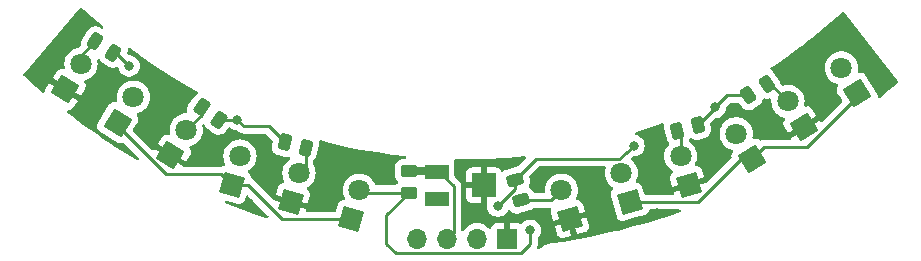
<source format=gbr>
%TF.GenerationSoftware,KiCad,Pcbnew,7.0.9*%
%TF.CreationDate,2025-05-06T13:04:56+09:00*%
%TF.ProjectId,Line_front,4c696e65-5f66-4726-9f6e-742e6b696361,rev?*%
%TF.SameCoordinates,Original*%
%TF.FileFunction,Copper,L1,Top*%
%TF.FilePolarity,Positive*%
%FSLAX46Y46*%
G04 Gerber Fmt 4.6, Leading zero omitted, Abs format (unit mm)*
G04 Created by KiCad (PCBNEW 7.0.9) date 2025-05-06 13:04:56*
%MOMM*%
%LPD*%
G01*
G04 APERTURE LIST*
G04 Aperture macros list*
%AMRoundRect*
0 Rectangle with rounded corners*
0 $1 Rounding radius*
0 $2 $3 $4 $5 $6 $7 $8 $9 X,Y pos of 4 corners*
0 Add a 4 corners polygon primitive as box body*
4,1,4,$2,$3,$4,$5,$6,$7,$8,$9,$2,$3,0*
0 Add four circle primitives for the rounded corners*
1,1,$1+$1,$2,$3*
1,1,$1+$1,$4,$5*
1,1,$1+$1,$6,$7*
1,1,$1+$1,$8,$9*
0 Add four rect primitives between the rounded corners*
20,1,$1+$1,$2,$3,$4,$5,0*
20,1,$1+$1,$4,$5,$6,$7,0*
20,1,$1+$1,$6,$7,$8,$9,0*
20,1,$1+$1,$8,$9,$2,$3,0*%
%AMRotRect*
0 Rectangle, with rotation*
0 The origin of the aperture is its center*
0 $1 length*
0 $2 width*
0 $3 Rotation angle, in degrees counterclockwise*
0 Add horizontal line*
21,1,$1,$2,0,0,$3*%
G04 Aperture macros list end*
%TA.AperFunction,ComponentPad*%
%ADD10R,1.700000X1.700000*%
%TD*%
%TA.AperFunction,ComponentPad*%
%ADD11O,1.700000X1.700000*%
%TD*%
%TA.AperFunction,SMDPad,CuDef*%
%ADD12RoundRect,0.250000X0.024937X-0.520370X0.465239X-0.234434X-0.024937X0.520370X-0.465239X0.234434X0*%
%TD*%
%TA.AperFunction,ComponentPad*%
%ADD13RotRect,1.800000X1.800000X122.000000*%
%TD*%
%TA.AperFunction,ComponentPad*%
%ADD14C,1.800000*%
%TD*%
%TA.AperFunction,ComponentPad*%
%ADD15RotRect,1.800000X1.800000X58.000000*%
%TD*%
%TA.AperFunction,SMDPad,CuDef*%
%ADD16RoundRect,0.250000X0.473137X0.218055X0.043082X0.519182X-0.473137X-0.218055X-0.043082X-0.519182X0*%
%TD*%
%TA.AperFunction,SMDPad,CuDef*%
%ADD17RoundRect,0.250000X-0.504923X0.128294X-0.360213X-0.376368X0.504923X-0.128294X0.360213X0.376368X0*%
%TD*%
%TA.AperFunction,ComponentPad*%
%ADD18RotRect,1.800000X1.800000X106.000000*%
%TD*%
%TA.AperFunction,SMDPad,CuDef*%
%ADD19RoundRect,0.250000X-0.370024X-0.366727X0.137087X-0.502607X0.370024X0.366727X-0.137087X0.502607X0*%
%TD*%
%TA.AperFunction,ComponentPad*%
%ADD20RotRect,1.800000X1.800000X74.000000*%
%TD*%
%TA.AperFunction,SMDPad,CuDef*%
%ADD21R,2.000000X1.300000*%
%TD*%
%TA.AperFunction,SMDPad,CuDef*%
%ADD22R,2.000000X2.000000*%
%TD*%
%TA.AperFunction,SMDPad,CuDef*%
%ADD23RoundRect,0.250000X0.450000X-0.262500X0.450000X0.262500X-0.450000X0.262500X-0.450000X-0.262500X0*%
%TD*%
%TA.AperFunction,SMDPad,CuDef*%
%ADD24RoundRect,0.250000X0.137087X0.502607X-0.370024X0.366727X-0.137087X-0.502607X0.370024X-0.366727X0*%
%TD*%
%TA.AperFunction,SMDPad,CuDef*%
%ADD25RoundRect,0.250000X0.461076X0.242518X0.015851X0.520725X-0.461076X-0.242518X-0.015851X-0.520725X0*%
%TD*%
%TA.AperFunction,ViaPad*%
%ADD26C,0.800000*%
%TD*%
%TA.AperFunction,Conductor*%
%ADD27C,0.250000*%
%TD*%
%TA.AperFunction,Conductor*%
%ADD28C,0.700000*%
%TD*%
%TA.AperFunction,Conductor*%
%ADD29C,0.500000*%
%TD*%
G04 APERTURE END LIST*
D10*
%TO.P,J3,1,Pin_1*%
%TO.N,GND*%
X150560000Y-56410000D03*
D11*
%TO.P,J3,2,Pin_2*%
%TO.N,+3.3V*%
X148020000Y-56410000D03*
%TO.P,J3,3,Pin_3*%
%TO.N,Data_Line_sensor*%
X145480000Y-56410000D03*
%TO.P,J3,4,Pin_4*%
%TO.N,+5V*%
X142940000Y-56410000D03*
%TD*%
D12*
%TO.P,R6,1*%
%TO.N,+5V*%
X170992377Y-44226983D03*
%TO.P,R6,2*%
%TO.N,Net-(D3-A)*%
X172522951Y-43233017D03*
%TD*%
D13*
%TO.P,D3,1,K*%
%TO.N,GND*%
X175677664Y-46900000D03*
D14*
%TO.P,D3,2,A*%
%TO.N,Net-(D3-A)*%
X174331669Y-44745958D03*
%TD*%
D13*
%TO.P,Q1,1,C*%
%TO.N,+3.3V*%
X180208329Y-44053212D03*
D14*
%TO.P,Q1,2,E*%
%TO.N,Net-(Q1-E)*%
X178862334Y-41899170D03*
%TD*%
D15*
%TO.P,Q4,1,C*%
%TO.N,+3.3V*%
X117572017Y-46531261D03*
D14*
%TO.P,Q4,2,E*%
%TO.N,Net-(Q1-E)*%
X118918012Y-44377219D03*
%TD*%
D16*
%TO.P,R7,1*%
%TO.N,+5V*%
X126175140Y-46283388D03*
%TO.P,R7,2*%
%TO.N,Net-(D4-A)*%
X124680188Y-45236612D03*
%TD*%
D17*
%TO.P,R1,1*%
%TO.N,+5V*%
X151246145Y-51352849D03*
%TO.P,R1,2*%
%TO.N,Net-(D8-A)*%
X151749183Y-53107151D03*
%TD*%
D18*
%TO.P,D2,1,K*%
%TO.N,GND*%
X155854027Y-54703730D03*
D14*
%TO.P,D2,2,A*%
%TO.N,Net-(D8-A)*%
X155153908Y-52262125D03*
%TD*%
D18*
%TO.P,Q17,1,C*%
%TO.N,+3.3V*%
X160927664Y-53250000D03*
D14*
%TO.P,Q17,2,E*%
%TO.N,Net-(Q1-E)*%
X160227545Y-50808395D03*
%TD*%
D19*
%TO.P,R1,1*%
%TO.N,+5V*%
X131736257Y-48193828D03*
%TO.P,R1,2*%
%TO.N,Net-(D1-A)*%
X133499071Y-48666172D03*
%TD*%
D15*
%TO.P,D4,1,K*%
%TO.N,GND*%
X122040651Y-49299451D03*
D14*
%TO.P,D4,2,A*%
%TO.N,Net-(D4-A)*%
X123386646Y-47145409D03*
%TD*%
D20*
%TO.P,D1,1,K*%
%TO.N,GND*%
X132237664Y-53250000D03*
D14*
%TO.P,D1,2,A*%
%TO.N,Net-(D1-A)*%
X132937783Y-50808395D03*
%TD*%
D20*
%TO.P,Q16,1,C*%
%TO.N,+3.3V*%
X127235890Y-51805237D03*
D14*
%TO.P,Q16,2,E*%
%TO.N,Net-(Q1-E)*%
X127936009Y-49363632D03*
%TD*%
D21*
%TO.P,RV2,1,1*%
%TO.N,unconnected-(RV2-Pad1)*%
X144597664Y-52980000D03*
D22*
%TO.P,RV2,2,2*%
%TO.N,GND*%
X148597664Y-51830000D03*
D21*
%TO.P,RV2,3,3*%
%TO.N,Data_Line_sensor*%
X144597664Y-50680000D03*
%TD*%
D18*
%TO.P,D2,1,K*%
%TO.N,GND*%
X165956888Y-51806782D03*
D14*
%TO.P,D2,2,A*%
%TO.N,Net-(D2-A)*%
X165256769Y-49365177D03*
%TD*%
D15*
%TO.P,D7,1,K*%
%TO.N,GND*%
X113127664Y-43730000D03*
D14*
%TO.P,D7,2,A*%
%TO.N,Net-(D7-A)*%
X114473659Y-41575958D03*
%TD*%
D23*
%TO.P,R4,1*%
%TO.N,Net-(Q1-E)*%
X142237664Y-52460000D03*
%TO.P,R4,2*%
%TO.N,Data_Line_sensor*%
X142237664Y-50635000D03*
%TD*%
D24*
%TO.P,R5,1*%
%TO.N,+5V*%
X166700478Y-46737656D03*
%TO.P,R5,2*%
%TO.N,Net-(D2-A)*%
X164937664Y-47210000D03*
%TD*%
D13*
%TO.P,Q3,1,C*%
%TO.N,+3.3V*%
X171295343Y-49622663D03*
D14*
%TO.P,Q3,2,E*%
%TO.N,Net-(Q1-E)*%
X169949348Y-47468621D03*
%TD*%
D20*
%TO.P,Q15,1,C*%
%TO.N,+3.3V*%
X137338751Y-54702185D03*
D14*
%TO.P,Q15,2,E*%
%TO.N,Net-(Q1-E)*%
X138038870Y-52260580D03*
%TD*%
D25*
%TO.P,R2,1*%
%TO.N,+5V*%
X117215352Y-40627102D03*
%TO.P,R2,2*%
%TO.N,Net-(D7-A)*%
X115667664Y-39660000D03*
%TD*%
D26*
%TO.N,GND*%
X163270000Y-54160000D03*
X162540000Y-50970000D03*
%TO.N,+5V*%
X149770000Y-53620000D03*
%TO.N,GND*%
X134407664Y-53500000D03*
X125327664Y-48680000D03*
X129917664Y-50550000D03*
X128717664Y-53340000D03*
X146607664Y-50330000D03*
X137547664Y-49280000D03*
X172207664Y-47440000D03*
X129867664Y-48140000D03*
X177207664Y-45290000D03*
%TO.N,+5V*%
X118547664Y-41730000D03*
X161287664Y-48480000D03*
X127721052Y-46283388D03*
X168177664Y-45250000D03*
%TO.N,Net-(Q1-E)*%
X152517664Y-55660000D03*
%TD*%
D27*
%TO.N,Data_Line_sensor*%
X144797664Y-50680000D02*
X144597664Y-50680000D01*
X146037664Y-51920000D02*
X144797664Y-50680000D01*
X146037664Y-55852336D02*
X146037664Y-51920000D01*
X145480000Y-56410000D02*
X146037664Y-55852336D01*
%TO.N,+5V*%
X151246145Y-52143855D02*
X151246145Y-51352849D01*
X149770000Y-53620000D02*
X151246145Y-52143855D01*
X149820000Y-53570000D02*
X149950000Y-53570000D01*
X149770000Y-53620000D02*
X149820000Y-53570000D01*
X149720000Y-53570000D02*
X149770000Y-53620000D01*
%TO.N,Net-(Q1-E)*%
X140322664Y-56771478D02*
X140322664Y-54375000D01*
X141151186Y-57600000D02*
X140322664Y-56771478D01*
X140322664Y-54375000D02*
X142237664Y-52460000D01*
X151746636Y-57600000D02*
X141151186Y-57600000D01*
%TO.N,Net-(D1-A)*%
X133499071Y-50247107D02*
X132937783Y-50808395D01*
X133499071Y-48666172D02*
X133499071Y-50247107D01*
%TO.N,Net-(D2-A)*%
X165256769Y-49365177D02*
X165256769Y-47529105D01*
X165256769Y-47529105D02*
X164937664Y-47210000D01*
%TO.N,Net-(D3-A)*%
X172522951Y-43233017D02*
X172818728Y-43233017D01*
X172818728Y-43233017D02*
X174331669Y-44745958D01*
%TO.N,Net-(D4-A)*%
X124680188Y-45236612D02*
X124680188Y-45851867D01*
X124680188Y-45851867D02*
X123386646Y-47145409D01*
%TO.N,+3.3V*%
X117572017Y-46816925D02*
X121645092Y-50890000D01*
X131499959Y-54702185D02*
X128603011Y-51805237D01*
X171295343Y-49622663D02*
X170330897Y-49622663D01*
X137338751Y-54702185D02*
X131499959Y-54702185D01*
X117572017Y-46531261D02*
X117572017Y-46816925D01*
X175777664Y-48640000D02*
X172278006Y-48640000D01*
X170330897Y-49622663D02*
X166703560Y-53250000D01*
X175777664Y-48640000D02*
X175923772Y-48640000D01*
X121645092Y-50890000D02*
X126320653Y-50890000D01*
X128603011Y-51805237D02*
X127235890Y-51805237D01*
X172278006Y-48640000D02*
X171295343Y-49622663D01*
X175923772Y-48640000D02*
X180208329Y-44355443D01*
X166703560Y-53250000D02*
X160927664Y-53250000D01*
X126320653Y-50890000D02*
X127235890Y-51805237D01*
X180208329Y-44053212D02*
X180208329Y-44355443D01*
X175912872Y-48640000D02*
X175777664Y-48640000D01*
D28*
%TO.N,Data_Line_sensor*%
X144587664Y-50650000D02*
X142252664Y-50650000D01*
X145037664Y-50650000D02*
X144587664Y-50650000D01*
X142252664Y-50650000D02*
X142237664Y-50635000D01*
D27*
%TO.N,+5V*%
X127721052Y-46283388D02*
X128277664Y-46840000D01*
X166700478Y-46737656D02*
X168177664Y-45260470D01*
X168177664Y-45260470D02*
X168177664Y-45250000D01*
%TO.N,GND*%
X150597664Y-56320000D02*
X150527664Y-56390000D01*
%TO.N,+5V*%
X168188134Y-45250000D02*
X169211151Y-44226983D01*
X128277664Y-46840000D02*
X130382429Y-46840000D01*
X130382429Y-46840000D02*
X131736257Y-48193828D01*
X127721052Y-46283388D02*
X126175140Y-46283388D01*
X153015599Y-49583395D02*
X160054269Y-49583395D01*
X117444766Y-40627102D02*
X118547664Y-41730000D01*
X151246145Y-51352849D02*
X153015599Y-49583395D01*
X161287664Y-48480000D02*
X161117664Y-48520000D01*
X160054269Y-49583395D02*
X161287664Y-48480000D01*
X169211151Y-44226983D02*
X170992377Y-44226983D01*
X168177664Y-45250000D02*
X168188134Y-45250000D01*
X117215352Y-40627102D02*
X117444766Y-40627102D01*
%TO.N,Net-(Q1-E)*%
X152517664Y-56828972D02*
X152517664Y-55660000D01*
X142237664Y-52460000D02*
X142017664Y-52460000D01*
D29*
X159906257Y-50487107D02*
X160227545Y-50808395D01*
D27*
X138238290Y-52460000D02*
X138038870Y-52260580D01*
X151746636Y-57600000D02*
X152517664Y-56828972D01*
X142017664Y-52460000D02*
X138238290Y-52460000D01*
%TO.N,Net-(D7-A)*%
X114473659Y-40854005D02*
X115667664Y-39660000D01*
X114473659Y-41575958D02*
X114473659Y-40854005D01*
%TO.N,Net-(D8-A)*%
X154308882Y-53107151D02*
X155153908Y-52262125D01*
X151749183Y-53107151D02*
X154308882Y-53107151D01*
%TD*%
%TA.AperFunction,Conductor*%
%TO.N,GND*%
G36*
X152104427Y-49377978D02*
G01*
X152155922Y-49425201D01*
X152173712Y-49492768D01*
X152152148Y-49559227D01*
X152137442Y-49576959D01*
X151505946Y-50208455D01*
X151450302Y-50239370D01*
X151450598Y-50240400D01*
X150486296Y-50516910D01*
X150486273Y-50516917D01*
X150390370Y-50555339D01*
X150245491Y-50654295D01*
X150244790Y-50654905D01*
X150244208Y-50655171D01*
X150239536Y-50658363D01*
X150238990Y-50657564D01*
X150181280Y-50684028D01*
X150112106Y-50674192D01*
X150059231Y-50628518D01*
X150047261Y-50604651D01*
X150041018Y-50587913D01*
X150041014Y-50587906D01*
X149954854Y-50472812D01*
X149954851Y-50472809D01*
X149839757Y-50386649D01*
X149839750Y-50386645D01*
X149705043Y-50336403D01*
X149705036Y-50336401D01*
X149645508Y-50330000D01*
X148847664Y-50330000D01*
X148847664Y-53330000D01*
X148848694Y-53331030D01*
X148882179Y-53392353D01*
X148884334Y-53431672D01*
X148884326Y-53431742D01*
X148884326Y-53431744D01*
X148879990Y-53472998D01*
X148864616Y-53619281D01*
X148864540Y-53620000D01*
X148884326Y-53808256D01*
X148884327Y-53808259D01*
X148942818Y-53988277D01*
X148942821Y-53988284D01*
X149037467Y-54152216D01*
X149142499Y-54268865D01*
X149164129Y-54292888D01*
X149317265Y-54404148D01*
X149317270Y-54404151D01*
X149490192Y-54481142D01*
X149490197Y-54481144D01*
X149675354Y-54520500D01*
X149675355Y-54520500D01*
X149864644Y-54520500D01*
X149864646Y-54520500D01*
X150049803Y-54481144D01*
X150222730Y-54404151D01*
X150375871Y-54292888D01*
X150502533Y-54152216D01*
X150597179Y-53988284D01*
X150597179Y-53988282D01*
X150600428Y-53982656D01*
X150601772Y-53983431D01*
X150641898Y-53936205D01*
X150708743Y-53915871D01*
X150775970Y-53934904D01*
X150812341Y-53969927D01*
X150818702Y-53979240D01*
X150818706Y-53979245D01*
X150948394Y-54097391D01*
X150948407Y-54097400D01*
X151065505Y-54162307D01*
X151101843Y-54182449D01*
X151101847Y-54182450D01*
X151101849Y-54182451D01*
X151270762Y-54229824D01*
X151270766Y-54229825D01*
X151446062Y-54236968D01*
X151446062Y-54236967D01*
X151446064Y-54236968D01*
X151547764Y-54218730D01*
X152509042Y-53943087D01*
X152604955Y-53904662D01*
X152749829Y-53805710D01*
X152779499Y-53773141D01*
X152839199Y-53736842D01*
X152871163Y-53732651D01*
X154160692Y-53732651D01*
X154227731Y-53752336D01*
X154273486Y-53805140D01*
X154283430Y-53874298D01*
X154276596Y-53900722D01*
X154247909Y-53976165D01*
X154236743Y-54119502D01*
X154236743Y-54119505D01*
X154247005Y-54178520D01*
X154439350Y-54849306D01*
X154439351Y-54849306D01*
X155423647Y-54567063D01*
X155400217Y-54669722D01*
X155410354Y-54804995D01*
X155459914Y-54931271D01*
X155544492Y-55037329D01*
X155560218Y-55048050D01*
X154577168Y-55329936D01*
X154577168Y-55329937D01*
X154769515Y-56000727D01*
X154792086Y-56056213D01*
X154877512Y-56171851D01*
X154877514Y-56171852D01*
X154992067Y-56258745D01*
X154992066Y-56258745D01*
X155126462Y-56309847D01*
X155269799Y-56321013D01*
X155269802Y-56321013D01*
X155328817Y-56310751D01*
X155999602Y-56118405D01*
X155999603Y-56118404D01*
X155716853Y-55132339D01*
X155786200Y-55153730D01*
X155887751Y-55153730D01*
X155988165Y-55138595D01*
X156110384Y-55079737D01*
X156198479Y-54997996D01*
X156480233Y-55980587D01*
X156480234Y-55980587D01*
X157151025Y-55788241D01*
X157206510Y-55765670D01*
X157322148Y-55680244D01*
X157322149Y-55680242D01*
X157409042Y-55565690D01*
X157460144Y-55431294D01*
X157471310Y-55287957D01*
X157471310Y-55287954D01*
X157461048Y-55228939D01*
X157268702Y-54558153D01*
X157268701Y-54558152D01*
X156284406Y-54840393D01*
X156307837Y-54737738D01*
X156297700Y-54602465D01*
X156248140Y-54476189D01*
X156163562Y-54370131D01*
X156147833Y-54359407D01*
X157130884Y-54077522D01*
X157130884Y-54077521D01*
X156938538Y-53406731D01*
X156915967Y-53351246D01*
X156830541Y-53235608D01*
X156830539Y-53235607D01*
X156715986Y-53148714D01*
X156715987Y-53148714D01*
X156581591Y-53097612D01*
X156499542Y-53091221D01*
X156434234Y-53066390D01*
X156392719Y-53010191D01*
X156388177Y-52940469D01*
X156395617Y-52917786D01*
X156483065Y-52718425D01*
X156506850Y-52624500D01*
X156540042Y-52493430D01*
X156541499Y-52475847D01*
X156559208Y-52262131D01*
X156559208Y-52262118D01*
X156540043Y-52030827D01*
X156540041Y-52030816D01*
X156483065Y-51805824D01*
X156389832Y-51593276D01*
X156262891Y-51398977D01*
X156262888Y-51398974D01*
X156262887Y-51398972D01*
X156105692Y-51228212D01*
X156105687Y-51228208D01*
X156105685Y-51228206D01*
X155922542Y-51085660D01*
X155922536Y-51085656D01*
X155718412Y-50975189D01*
X155718403Y-50975186D01*
X155498892Y-50899827D01*
X155327190Y-50871175D01*
X155269957Y-50861625D01*
X155037859Y-50861625D01*
X154992072Y-50869265D01*
X154808923Y-50899827D01*
X154589412Y-50975186D01*
X154589403Y-50975189D01*
X154385279Y-51085656D01*
X154385273Y-51085660D01*
X154202130Y-51228206D01*
X154202127Y-51228209D01*
X154202124Y-51228211D01*
X154202124Y-51228212D01*
X154174958Y-51257722D01*
X154044924Y-51398977D01*
X153917983Y-51593276D01*
X153824750Y-51805824D01*
X153767774Y-52030816D01*
X153767772Y-52030827D01*
X153748608Y-52262118D01*
X153748608Y-52262129D01*
X153755675Y-52347410D01*
X153741595Y-52415847D01*
X153692750Y-52465806D01*
X153632099Y-52481651D01*
X152903266Y-52481651D01*
X152836227Y-52461966D01*
X152790472Y-52409162D01*
X152788160Y-52403767D01*
X152778612Y-52379934D01*
X152744752Y-52330360D01*
X152679661Y-52235059D01*
X152679659Y-52235056D01*
X152549971Y-52116910D01*
X152549962Y-52116904D01*
X152434117Y-52052691D01*
X152385026Y-52002974D01*
X152370608Y-51934608D01*
X152385778Y-51884125D01*
X152449998Y-51768271D01*
X152492627Y-51616270D01*
X152497372Y-51599351D01*
X152497373Y-51599347D01*
X152504517Y-51424050D01*
X152494880Y-51370312D01*
X152486279Y-51322349D01*
X152433977Y-51139951D01*
X152434420Y-51070083D01*
X152465490Y-51018093D01*
X153238371Y-50245214D01*
X153299694Y-50211729D01*
X153326052Y-50208895D01*
X158775336Y-50208895D01*
X158842375Y-50228580D01*
X158888130Y-50281384D01*
X158898074Y-50350542D01*
X158895541Y-50363336D01*
X158841413Y-50577077D01*
X158841409Y-50577097D01*
X158822245Y-50808388D01*
X158822245Y-50808401D01*
X158841409Y-51039692D01*
X158841411Y-51039703D01*
X158898387Y-51264695D01*
X158991620Y-51477243D01*
X159118561Y-51671542D01*
X159118564Y-51671546D01*
X159118566Y-51671548D01*
X159275761Y-51842308D01*
X159275764Y-51842310D01*
X159275767Y-51842313D01*
X159458910Y-51984859D01*
X159458921Y-51984866D01*
X159512702Y-52013971D01*
X159562293Y-52063190D01*
X159577401Y-52131407D01*
X159553231Y-52196963D01*
X159527364Y-52222762D01*
X159459188Y-52273125D01*
X159459184Y-52273130D01*
X159372207Y-52387794D01*
X159372207Y-52387796D01*
X159321055Y-52522320D01*
X159321055Y-52522321D01*
X159309878Y-52665810D01*
X159320149Y-52724881D01*
X159320150Y-52724887D01*
X159842686Y-54547182D01*
X159847149Y-54558152D01*
X159865278Y-54602718D01*
X159950793Y-54718479D01*
X160065460Y-54805457D01*
X160199985Y-54856609D01*
X160343473Y-54867786D01*
X160402540Y-54857516D01*
X160402549Y-54857513D01*
X160402551Y-54857513D01*
X161446541Y-54558153D01*
X162224847Y-54334977D01*
X162280382Y-54312386D01*
X162396143Y-54226871D01*
X162483121Y-54112204D01*
X162534273Y-53977679D01*
X162534273Y-53977677D01*
X162535463Y-53972371D01*
X162569338Y-53911262D01*
X162630873Y-53878168D01*
X162656459Y-53875500D01*
X165125953Y-53875500D01*
X165192992Y-53895185D01*
X165238747Y-53947989D01*
X165248691Y-54017147D01*
X165219666Y-54080703D01*
X165166777Y-54116587D01*
X164781643Y-54250869D01*
X164071153Y-54491975D01*
X163426089Y-54697784D01*
X162708221Y-54921128D01*
X162059927Y-55109093D01*
X161334528Y-55314624D01*
X160684803Y-55484381D01*
X160233235Y-55599959D01*
X159950925Y-55672215D01*
X159777809Y-55712552D01*
X159302557Y-55823288D01*
X158558505Y-55993614D01*
X157916353Y-56125311D01*
X157158148Y-56278618D01*
X156536971Y-56388859D01*
X155750762Y-56527039D01*
X155250735Y-56602099D01*
X154356268Y-56735865D01*
X154355859Y-56735921D01*
X154305587Y-56742725D01*
X154304794Y-56742919D01*
X154242570Y-56751430D01*
X154242553Y-56751433D01*
X154020048Y-56808339D01*
X154020046Y-56808339D01*
X153805483Y-56890344D01*
X153805479Y-56890346D01*
X153601729Y-56996357D01*
X153411431Y-57124998D01*
X153281327Y-57236629D01*
X153217630Y-57265343D01*
X153148521Y-57255063D01*
X153095941Y-57209051D01*
X153076583Y-57141917D01*
X153091920Y-57082782D01*
X153103861Y-57061064D01*
X153108844Y-57041652D01*
X153115145Y-57023252D01*
X153123101Y-57004868D01*
X153130393Y-56958824D01*
X153131570Y-56953143D01*
X153143164Y-56907991D01*
X153143164Y-56887955D01*
X153144691Y-56868554D01*
X153147824Y-56848776D01*
X153143439Y-56802387D01*
X153143164Y-56796549D01*
X153143164Y-56358687D01*
X153162849Y-56291648D01*
X153175014Y-56275715D01*
X153193555Y-56255122D01*
X153250197Y-56192216D01*
X153344843Y-56028284D01*
X153403338Y-55848256D01*
X153423124Y-55660000D01*
X153403338Y-55471744D01*
X153344843Y-55291716D01*
X153250197Y-55127784D01*
X153123535Y-54987112D01*
X153098705Y-54969072D01*
X152970398Y-54875851D01*
X152970393Y-54875848D01*
X152797471Y-54798857D01*
X152797466Y-54798855D01*
X152639404Y-54765259D01*
X152612310Y-54759500D01*
X152423018Y-54759500D01*
X152395924Y-54765259D01*
X152237861Y-54798855D01*
X152237856Y-54798857D01*
X152064934Y-54875848D01*
X152064929Y-54875851D01*
X151911796Y-54987109D01*
X151911793Y-54987111D01*
X151911793Y-54987112D01*
X151851260Y-55054341D01*
X151813341Y-55096454D01*
X151753854Y-55133102D01*
X151683997Y-55131771D01*
X151660508Y-55119730D01*
X151659872Y-55120897D01*
X151652086Y-55116645D01*
X151517379Y-55066403D01*
X151517372Y-55066401D01*
X151457844Y-55060000D01*
X150810000Y-55060000D01*
X150810000Y-55974498D01*
X150702315Y-55925320D01*
X150595763Y-55910000D01*
X150524237Y-55910000D01*
X150417685Y-55925320D01*
X150310000Y-55974498D01*
X150310000Y-55060000D01*
X149662155Y-55060000D01*
X149602627Y-55066401D01*
X149602620Y-55066403D01*
X149467913Y-55116645D01*
X149467906Y-55116649D01*
X149352812Y-55202809D01*
X149352809Y-55202812D01*
X149266649Y-55317906D01*
X149266645Y-55317913D01*
X149217578Y-55449470D01*
X149175707Y-55505404D01*
X149110242Y-55529821D01*
X149041969Y-55514969D01*
X149013715Y-55493819D01*
X148969366Y-55449470D01*
X148891401Y-55371505D01*
X148891397Y-55371502D01*
X148891396Y-55371501D01*
X148697834Y-55235967D01*
X148697830Y-55235965D01*
X148682763Y-55228939D01*
X148483663Y-55136097D01*
X148483659Y-55136096D01*
X148483655Y-55136094D01*
X148255413Y-55074938D01*
X148255403Y-55074936D01*
X148020001Y-55054341D01*
X148019999Y-55054341D01*
X147784596Y-55074936D01*
X147784586Y-55074938D01*
X147556344Y-55136094D01*
X147556335Y-55136098D01*
X147342171Y-55235964D01*
X147342169Y-55235965D01*
X147148597Y-55371505D01*
X146981505Y-55538597D01*
X146888739Y-55671082D01*
X146834162Y-55714707D01*
X146764664Y-55721900D01*
X146702309Y-55690378D01*
X146666895Y-55630148D01*
X146663164Y-55599959D01*
X146663164Y-52080000D01*
X147097664Y-52080000D01*
X147097664Y-52877844D01*
X147104065Y-52937372D01*
X147104067Y-52937379D01*
X147154309Y-53072086D01*
X147154313Y-53072093D01*
X147240473Y-53187187D01*
X147240476Y-53187190D01*
X147355570Y-53273350D01*
X147355577Y-53273354D01*
X147490284Y-53323596D01*
X147490291Y-53323598D01*
X147549819Y-53329999D01*
X147549836Y-53330000D01*
X148347664Y-53330000D01*
X148347664Y-52080000D01*
X147097664Y-52080000D01*
X146663164Y-52080000D01*
X146663164Y-52002742D01*
X146664888Y-51987122D01*
X146664603Y-51987096D01*
X146665335Y-51979340D01*
X146665337Y-51979333D01*
X146663164Y-51910185D01*
X146663164Y-51880650D01*
X146662295Y-51873772D01*
X146661836Y-51867943D01*
X146660373Y-51821372D01*
X146654786Y-51802144D01*
X146650838Y-51783084D01*
X146650641Y-51781521D01*
X146648328Y-51763208D01*
X146648327Y-51763206D01*
X146648327Y-51763204D01*
X146631176Y-51719887D01*
X146629283Y-51714358D01*
X146616282Y-51669609D01*
X146616280Y-51669606D01*
X146606087Y-51652371D01*
X146597525Y-51634894D01*
X146590151Y-51616270D01*
X146587176Y-51612175D01*
X146563800Y-51580000D01*
X147097664Y-51580000D01*
X148347664Y-51580000D01*
X148347664Y-50330000D01*
X147549819Y-50330000D01*
X147490291Y-50336401D01*
X147490284Y-50336403D01*
X147355577Y-50386645D01*
X147355570Y-50386649D01*
X147240476Y-50472809D01*
X147240473Y-50472812D01*
X147154313Y-50587906D01*
X147154309Y-50587913D01*
X147104067Y-50722620D01*
X147104065Y-50722627D01*
X147097664Y-50782155D01*
X147097664Y-51580000D01*
X146563800Y-51580000D01*
X146562743Y-51578545D01*
X146559552Y-51573686D01*
X146535836Y-51533583D01*
X146535829Y-51533574D01*
X146521670Y-51519415D01*
X146509032Y-51504619D01*
X146498565Y-51490212D01*
X146497258Y-51488413D01*
X146494649Y-51486255D01*
X146461352Y-51458709D01*
X146457040Y-51454786D01*
X146134482Y-51132228D01*
X146100997Y-51070905D01*
X146098163Y-51044547D01*
X146098163Y-49982129D01*
X146098162Y-49982123D01*
X146091755Y-49922516D01*
X146047899Y-49804932D01*
X146042915Y-49735240D01*
X146076400Y-49673917D01*
X146137724Y-49640433D01*
X146167635Y-49637650D01*
X146267354Y-49640509D01*
X147620310Y-49640509D01*
X148972711Y-49601735D01*
X150323445Y-49524221D01*
X151671403Y-49408029D01*
X151723428Y-49402038D01*
X152035577Y-49366092D01*
X152104427Y-49377978D01*
G37*
%TD.AperFunction*%
%TA.AperFunction,Conductor*%
G36*
X128587652Y-52685917D02*
G01*
X128624539Y-52711355D01*
X130319985Y-54406802D01*
X130353470Y-54468125D01*
X130348486Y-54537817D01*
X130306614Y-54593750D01*
X130241150Y-54618167D01*
X130194613Y-54612616D01*
X129816635Y-54492021D01*
X129116706Y-54254499D01*
X129105816Y-54250803D01*
X129045647Y-54229825D01*
X128729230Y-54119502D01*
X128465307Y-54027482D01*
X127762153Y-53768667D01*
X127367815Y-53619281D01*
X127126565Y-53527888D01*
X126961994Y-53462497D01*
X126767642Y-53385271D01*
X126712610Y-53342222D01*
X126689587Y-53276255D01*
X126705884Y-53208312D01*
X126756327Y-53159966D01*
X126824899Y-53146566D01*
X126847610Y-53150839D01*
X127540318Y-53349469D01*
X127761013Y-53412752D01*
X127820081Y-53423023D01*
X127963569Y-53411846D01*
X128098094Y-53360694D01*
X128212761Y-53273716D01*
X128298276Y-53157955D01*
X128320868Y-53102421D01*
X128417663Y-52764853D01*
X128455062Y-52705841D01*
X128518432Y-52676413D01*
X128587652Y-52685917D01*
G37*
%TD.AperFunction*%
%TA.AperFunction,Conductor*%
G36*
X134768777Y-48043456D02*
G01*
X135556739Y-48251350D01*
X136874284Y-48558866D01*
X138200101Y-48828499D01*
X139533100Y-49060024D01*
X140872187Y-49253254D01*
X141927830Y-49374815D01*
X141992176Y-49402038D01*
X142031590Y-49459730D01*
X142033556Y-49529572D01*
X141997451Y-49589390D01*
X141934738Y-49620192D01*
X141913644Y-49622000D01*
X141737663Y-49622000D01*
X141737644Y-49622001D01*
X141634867Y-49632500D01*
X141634864Y-49632501D01*
X141468332Y-49687685D01*
X141468327Y-49687687D01*
X141319006Y-49779789D01*
X141194953Y-49903842D01*
X141102851Y-50053163D01*
X141102850Y-50053166D01*
X141047665Y-50219703D01*
X141047665Y-50219704D01*
X141047664Y-50219704D01*
X141037164Y-50322483D01*
X141037164Y-50947501D01*
X141037165Y-50947519D01*
X141047664Y-51050296D01*
X141047665Y-51050299D01*
X141102849Y-51216831D01*
X141102851Y-51216836D01*
X141110705Y-51229569D01*
X141189709Y-51357656D01*
X141194953Y-51366157D01*
X141288615Y-51459819D01*
X141322100Y-51521142D01*
X141317116Y-51590834D01*
X141288615Y-51635181D01*
X141194953Y-51728842D01*
X141194952Y-51728844D01*
X141167226Y-51773796D01*
X141166115Y-51775597D01*
X141114167Y-51822321D01*
X141060576Y-51834500D01*
X139462296Y-51834500D01*
X139395257Y-51814815D01*
X139349502Y-51762011D01*
X139348740Y-51760310D01*
X139274794Y-51591731D01*
X139147853Y-51397432D01*
X139147850Y-51397429D01*
X139147849Y-51397427D01*
X138990654Y-51226667D01*
X138990649Y-51226663D01*
X138990647Y-51226661D01*
X138807504Y-51084115D01*
X138807498Y-51084111D01*
X138603374Y-50973644D01*
X138603365Y-50973641D01*
X138383854Y-50898282D01*
X138212152Y-50869630D01*
X138154919Y-50860080D01*
X137922821Y-50860080D01*
X137877034Y-50867720D01*
X137693885Y-50898282D01*
X137474374Y-50973641D01*
X137474365Y-50973644D01*
X137270241Y-51084111D01*
X137270235Y-51084115D01*
X137087092Y-51226661D01*
X137087089Y-51226664D01*
X137087086Y-51226666D01*
X137087086Y-51226667D01*
X137084415Y-51229569D01*
X136929886Y-51397432D01*
X136802945Y-51591731D01*
X136709712Y-51804279D01*
X136652736Y-52029271D01*
X136652734Y-52029282D01*
X136633570Y-52260573D01*
X136633570Y-52260586D01*
X136652734Y-52491877D01*
X136652736Y-52491888D01*
X136709712Y-52716880D01*
X136796948Y-52915756D01*
X136805851Y-52985056D01*
X136775874Y-53048168D01*
X136716535Y-53085055D01*
X136693023Y-53089191D01*
X136611079Y-53095574D01*
X136611071Y-53095576D01*
X136476547Y-53146728D01*
X136476545Y-53146728D01*
X136361881Y-53233705D01*
X136361878Y-53233708D01*
X136276363Y-53349469D01*
X136253776Y-53404991D01*
X136253773Y-53404999D01*
X136253773Y-53405001D01*
X136086925Y-53986867D01*
X136049527Y-54045881D01*
X135986157Y-54075308D01*
X135967731Y-54076685D01*
X133621588Y-54076685D01*
X133554549Y-54057000D01*
X133508794Y-54004196D01*
X133498850Y-53935038D01*
X133502392Y-53918505D01*
X133514521Y-53876206D01*
X132528949Y-53593598D01*
X132593462Y-53533740D01*
X132661289Y-53416260D01*
X132691474Y-53284008D01*
X132681337Y-53148735D01*
X132667366Y-53113140D01*
X133652338Y-53395576D01*
X133652339Y-53395575D01*
X133844685Y-52724790D01*
X133854947Y-52665775D01*
X133854947Y-52665772D01*
X133843781Y-52522435D01*
X133792679Y-52388039D01*
X133705787Y-52273488D01*
X133637477Y-52223024D01*
X133595252Y-52167357D01*
X133589826Y-52097698D01*
X133622922Y-52036164D01*
X133652134Y-52014237D01*
X133706409Y-51984865D01*
X133713516Y-51979334D01*
X133818936Y-51897282D01*
X133889567Y-51842308D01*
X134046762Y-51671548D01*
X134173707Y-51477244D01*
X134266940Y-51264695D01*
X134323917Y-51039700D01*
X134325708Y-51018091D01*
X134343083Y-50808401D01*
X134343083Y-50808388D01*
X134323918Y-50577097D01*
X134323916Y-50577086D01*
X134266940Y-50352094D01*
X134173707Y-50139545D01*
X134144762Y-50095241D01*
X134124574Y-50028351D01*
X134124571Y-50027420D01*
X134124571Y-49793266D01*
X134144256Y-49726227D01*
X134163474Y-49703075D01*
X134214988Y-49654474D01*
X134311395Y-49507895D01*
X134348142Y-49411327D01*
X134606964Y-48445385D01*
X134623426Y-48343381D01*
X134613359Y-48170562D01*
X134629111Y-48102494D01*
X134679165Y-48053746D01*
X134747628Y-48039798D01*
X134768777Y-48043456D01*
G37*
%TD.AperFunction*%
%TA.AperFunction,Conductor*%
G36*
X124918128Y-46652171D02*
G01*
X124969176Y-46699877D01*
X124976274Y-46713836D01*
X125012897Y-46798735D01*
X125047627Y-46879247D01*
X125086202Y-46931063D01*
X125152392Y-47019974D01*
X125230565Y-47087529D01*
X125230567Y-47087530D01*
X125230569Y-47087532D01*
X125682172Y-47403746D01*
X125742554Y-47446026D01*
X125742557Y-47446028D01*
X125832773Y-47496382D01*
X125832775Y-47496382D01*
X125832776Y-47496383D01*
X126000848Y-47546699D01*
X126175993Y-47556902D01*
X126348769Y-47526436D01*
X126509862Y-47456947D01*
X126650589Y-47352180D01*
X126718148Y-47274004D01*
X126927731Y-46974687D01*
X126982307Y-46931063D01*
X127051805Y-46923869D01*
X127109898Y-46952489D01*
X127109923Y-46952456D01*
X127110118Y-46952598D01*
X127112278Y-46953662D01*
X127115182Y-46956277D01*
X127268317Y-47067536D01*
X127268322Y-47067539D01*
X127441244Y-47144530D01*
X127441249Y-47144532D01*
X127626406Y-47183888D01*
X127685599Y-47183888D01*
X127752638Y-47203573D01*
X127773280Y-47220207D01*
X127776861Y-47223788D01*
X127786686Y-47236051D01*
X127786907Y-47235869D01*
X127791878Y-47241878D01*
X127799203Y-47248756D01*
X127842299Y-47289226D01*
X127863193Y-47310120D01*
X127868675Y-47314373D01*
X127873107Y-47318157D01*
X127907082Y-47350062D01*
X127924640Y-47359714D01*
X127940899Y-47370395D01*
X127956728Y-47382673D01*
X127999502Y-47401182D01*
X128004720Y-47403738D01*
X128045572Y-47426197D01*
X128064980Y-47431180D01*
X128083381Y-47437480D01*
X128101768Y-47445437D01*
X128144260Y-47452167D01*
X128147783Y-47452725D01*
X128153503Y-47453909D01*
X128198645Y-47465500D01*
X128218680Y-47465500D01*
X128238078Y-47467026D01*
X128257858Y-47470159D01*
X128257859Y-47470160D01*
X128257859Y-47470159D01*
X128257860Y-47470160D01*
X128304248Y-47465775D01*
X128310086Y-47465500D01*
X130071977Y-47465500D01*
X130139016Y-47485185D01*
X130159658Y-47501819D01*
X130671587Y-48013749D01*
X130705072Y-48075072D01*
X130703681Y-48133523D01*
X130628366Y-48414604D01*
X130628364Y-48414614D01*
X130611901Y-48516619D01*
X130622104Y-48691765D01*
X130672418Y-48859832D01*
X130672419Y-48859834D01*
X130672420Y-48859836D01*
X130687183Y-48885406D01*
X130760138Y-49011769D01*
X130760140Y-49011772D01*
X130760141Y-49011773D01*
X130832438Y-49088403D01*
X130880539Y-49139386D01*
X130880541Y-49139388D01*
X131014720Y-49227639D01*
X131027116Y-49235792D01*
X131123684Y-49272539D01*
X131727405Y-49434304D01*
X131829409Y-49450766D01*
X132004554Y-49440564D01*
X132037693Y-49430642D01*
X132107560Y-49430272D01*
X132166537Y-49467735D01*
X132195899Y-49531136D01*
X132186322Y-49600346D01*
X132149419Y-49647286D01*
X131986001Y-49774480D01*
X131828799Y-49945247D01*
X131701858Y-50139546D01*
X131608625Y-50352094D01*
X131551649Y-50577086D01*
X131551647Y-50577097D01*
X131532483Y-50808388D01*
X131532483Y-50808401D01*
X131551647Y-51039692D01*
X131551649Y-51039703D01*
X131608625Y-51264695D01*
X131696073Y-51464056D01*
X131704976Y-51533356D01*
X131674999Y-51596468D01*
X131615659Y-51633355D01*
X131592148Y-51637491D01*
X131510099Y-51643882D01*
X131375703Y-51694984D01*
X131261151Y-51781877D01*
X131261149Y-51781878D01*
X131175723Y-51897516D01*
X131153152Y-51953002D01*
X130960805Y-52623791D01*
X130960805Y-52623792D01*
X131946380Y-52906400D01*
X131881866Y-52966260D01*
X131814039Y-53083740D01*
X131783854Y-53215992D01*
X131793991Y-53351265D01*
X131807960Y-53386858D01*
X130803060Y-53098708D01*
X130749558Y-53067193D01*
X129103814Y-51421449D01*
X129093991Y-51409187D01*
X129093770Y-51409371D01*
X129088797Y-51403360D01*
X129081775Y-51396766D01*
X129038375Y-51356010D01*
X129027930Y-51345565D01*
X129017486Y-51335120D01*
X129011997Y-51330862D01*
X129007572Y-51327084D01*
X128973593Y-51295175D01*
X128973591Y-51295173D01*
X128973588Y-51295172D01*
X128956040Y-51285525D01*
X128939774Y-51274841D01*
X128923943Y-51262561D01*
X128923942Y-51262560D01*
X128923143Y-51262215D01*
X128922616Y-51261776D01*
X128917230Y-51258591D01*
X128917743Y-51257722D01*
X128869437Y-51217523D01*
X128848768Y-51158046D01*
X128842499Y-51077558D01*
X128791347Y-50943033D01*
X128791346Y-50943031D01*
X128756090Y-50896552D01*
X128704369Y-50828366D01*
X128636189Y-50778000D01*
X128593964Y-50722333D01*
X128588537Y-50652675D01*
X128621632Y-50591140D01*
X128650852Y-50569208D01*
X128704628Y-50540106D01*
X128704629Y-50540104D01*
X128704635Y-50540102D01*
X128734429Y-50516913D01*
X128766138Y-50492232D01*
X128887793Y-50397545D01*
X129044988Y-50226785D01*
X129171933Y-50032481D01*
X129265166Y-49819932D01*
X129322143Y-49594937D01*
X129323033Y-49584195D01*
X129341309Y-49363638D01*
X129341309Y-49363625D01*
X129322144Y-49132334D01*
X129322142Y-49132323D01*
X129265166Y-48907331D01*
X129171933Y-48694783D01*
X129044992Y-48500484D01*
X129044989Y-48500481D01*
X129044988Y-48500479D01*
X128887793Y-48329719D01*
X128887788Y-48329715D01*
X128887786Y-48329713D01*
X128704643Y-48187167D01*
X128704637Y-48187163D01*
X128500513Y-48076696D01*
X128500504Y-48076693D01*
X128280993Y-48001334D01*
X128109291Y-47972682D01*
X128052058Y-47963132D01*
X127819960Y-47963132D01*
X127774173Y-47970772D01*
X127591024Y-48001334D01*
X127371513Y-48076693D01*
X127371504Y-48076696D01*
X127167380Y-48187163D01*
X127167374Y-48187167D01*
X126984231Y-48329713D01*
X126984228Y-48329716D01*
X126984225Y-48329718D01*
X126984225Y-48329719D01*
X126982803Y-48331264D01*
X126827025Y-48500484D01*
X126700084Y-48694783D01*
X126606851Y-48907331D01*
X126549875Y-49132323D01*
X126549873Y-49132334D01*
X126530709Y-49363625D01*
X126530709Y-49363638D01*
X126549873Y-49594929D01*
X126549875Y-49594940D01*
X126606851Y-49819932D01*
X126694087Y-50018808D01*
X126702990Y-50088108D01*
X126673013Y-50151220D01*
X126613674Y-50188107D01*
X126590162Y-50192243D01*
X126508218Y-50198626D01*
X126508210Y-50198628D01*
X126429440Y-50228580D01*
X126384527Y-50245658D01*
X126365397Y-50252932D01*
X126364578Y-50250780D01*
X126332849Y-50260559D01*
X126312783Y-50262456D01*
X126294068Y-50264225D01*
X126288231Y-50264500D01*
X123148837Y-50264500D01*
X123083127Y-50245658D01*
X122225628Y-49709832D01*
X122297008Y-49675458D01*
X122396449Y-49583191D01*
X122464276Y-49465711D01*
X122494461Y-49333459D01*
X122490904Y-49286005D01*
X123360398Y-49829325D01*
X123730187Y-49237540D01*
X123730195Y-49237525D01*
X123756314Y-49183646D01*
X123756316Y-49183640D01*
X123785093Y-49042772D01*
X123773015Y-48899503D01*
X123721064Y-48765436D01*
X123721064Y-48765435D01*
X123671692Y-48701198D01*
X123646446Y-48636049D01*
X123660430Y-48567593D01*
X123709205Y-48517565D01*
X123729745Y-48508353D01*
X123731627Y-48507707D01*
X123951149Y-48432345D01*
X124155272Y-48321879D01*
X124193994Y-48291741D01*
X124245888Y-48251350D01*
X124338430Y-48179322D01*
X124495625Y-48008562D01*
X124622570Y-47814258D01*
X124715803Y-47601709D01*
X124772780Y-47376714D01*
X124772781Y-47376706D01*
X124791946Y-47145415D01*
X124791946Y-47145402D01*
X124772781Y-46914111D01*
X124772778Y-46914095D01*
X124749718Y-46823040D01*
X124742211Y-46793392D01*
X124744835Y-46723572D01*
X124784790Y-46666254D01*
X124849391Y-46639637D01*
X124918128Y-46652171D01*
G37*
%TD.AperFunction*%
%TA.AperFunction,Conductor*%
G36*
X163786205Y-46612684D02*
G01*
X163820643Y-46673477D01*
X163823693Y-46708934D01*
X163813308Y-46887208D01*
X163829768Y-46989206D01*
X163829770Y-46989216D01*
X164088592Y-47955149D01*
X164088598Y-47955167D01*
X164125336Y-48051716D01*
X164125343Y-48051729D01*
X164221746Y-48198302D01*
X164242705Y-48218076D01*
X164277959Y-48278400D01*
X164275004Y-48348207D01*
X164248841Y-48392252D01*
X164147788Y-48502026D01*
X164020844Y-48696328D01*
X163927611Y-48908876D01*
X163870635Y-49133868D01*
X163870633Y-49133879D01*
X163851469Y-49365170D01*
X163851469Y-49365183D01*
X163870633Y-49596474D01*
X163870635Y-49596485D01*
X163927611Y-49821477D01*
X164020844Y-50034025D01*
X164147785Y-50228324D01*
X164147788Y-50228328D01*
X164147790Y-50228330D01*
X164304985Y-50399090D01*
X164304988Y-50399092D01*
X164304991Y-50399095D01*
X164488134Y-50541641D01*
X164488144Y-50541648D01*
X164516652Y-50557075D01*
X164542411Y-50571015D01*
X164592002Y-50620234D01*
X164607110Y-50688450D01*
X164582940Y-50754006D01*
X164557074Y-50779806D01*
X164488764Y-50830269D01*
X164401872Y-50944821D01*
X164350770Y-51079217D01*
X164339604Y-51222554D01*
X164339604Y-51222557D01*
X164349866Y-51281572D01*
X164542211Y-51952358D01*
X164542212Y-51952358D01*
X165526508Y-51670115D01*
X165503078Y-51772774D01*
X165513215Y-51908047D01*
X165562775Y-52034323D01*
X165647353Y-52140381D01*
X165663078Y-52151102D01*
X164680030Y-52432988D01*
X164689588Y-52466321D01*
X164689144Y-52536190D01*
X164650997Y-52594727D01*
X164587258Y-52623347D01*
X164570391Y-52624500D01*
X162298683Y-52624500D01*
X162231644Y-52604815D01*
X162185889Y-52552011D01*
X162179487Y-52534679D01*
X162178981Y-52532916D01*
X162012641Y-51952817D01*
X161990050Y-51897282D01*
X161904535Y-51781521D01*
X161789868Y-51694543D01*
X161655343Y-51643391D01*
X161655336Y-51643389D01*
X161573391Y-51637006D01*
X161508083Y-51612175D01*
X161466568Y-51555976D01*
X161462025Y-51486255D01*
X161469463Y-51463579D01*
X161556702Y-51264695D01*
X161613679Y-51039700D01*
X161615470Y-51018091D01*
X161632845Y-50808401D01*
X161632845Y-50808388D01*
X161613680Y-50577097D01*
X161613678Y-50577086D01*
X161556702Y-50352094D01*
X161463469Y-50139546D01*
X161336528Y-49945247D01*
X161336525Y-49945244D01*
X161336524Y-49945242D01*
X161179329Y-49774482D01*
X161082371Y-49699017D01*
X161041559Y-49642307D01*
X161037884Y-49572534D01*
X161072515Y-49511851D01*
X161075828Y-49508775D01*
X161183914Y-49412083D01*
X161247003Y-49382057D01*
X161266589Y-49380500D01*
X161382308Y-49380500D01*
X161382310Y-49380500D01*
X161567467Y-49341144D01*
X161740394Y-49264151D01*
X161893535Y-49152888D01*
X162020197Y-49012216D01*
X162114843Y-48848284D01*
X162173338Y-48668256D01*
X162193124Y-48480000D01*
X162173338Y-48291744D01*
X162114843Y-48111716D01*
X162020197Y-47947784D01*
X161893535Y-47807112D01*
X161893534Y-47807111D01*
X161740398Y-47695851D01*
X161740393Y-47695848D01*
X161567471Y-47618857D01*
X161567466Y-47618855D01*
X161460700Y-47596162D01*
X161399218Y-47562970D01*
X161365442Y-47501807D01*
X161370094Y-47432092D01*
X161411699Y-47375960D01*
X161448027Y-47356985D01*
X162223146Y-47104171D01*
X163496862Y-46647950D01*
X163654763Y-46586231D01*
X163724367Y-46580160D01*
X163786205Y-46612684D01*
G37*
%TD.AperFunction*%
%TA.AperFunction,Conductor*%
G36*
X172853523Y-44469519D02*
G01*
X172911157Y-44509018D01*
X172938288Y-44573405D01*
X172938657Y-44597648D01*
X172929253Y-44711160D01*
X172926369Y-44745962D01*
X172926369Y-44745964D01*
X172945533Y-44977255D01*
X172945535Y-44977266D01*
X173002511Y-45202258D01*
X173095744Y-45414806D01*
X173222685Y-45609105D01*
X173222688Y-45609109D01*
X173222690Y-45609111D01*
X173379885Y-45779871D01*
X173379888Y-45779873D01*
X173379891Y-45779876D01*
X173563034Y-45922422D01*
X173563040Y-45922426D01*
X173563043Y-45922428D01*
X173767166Y-46032894D01*
X173869779Y-46068121D01*
X173988569Y-46108902D01*
X174045584Y-46149287D01*
X174071715Y-46214087D01*
X174058664Y-46282727D01*
X174046623Y-46301747D01*
X173997249Y-46365987D01*
X173945299Y-46500052D01*
X173933221Y-46643321D01*
X173961998Y-46784189D01*
X173961999Y-46784191D01*
X173988127Y-46838089D01*
X174357915Y-47429874D01*
X175225485Y-46887757D01*
X175233991Y-47001265D01*
X175283551Y-47127541D01*
X175368129Y-47233599D01*
X175480211Y-47310016D01*
X175488955Y-47312713D01*
X174622876Y-47853898D01*
X174618337Y-47873559D01*
X174623519Y-47892072D01*
X174602986Y-47958857D01*
X174549606Y-48003938D01*
X174499529Y-48014500D01*
X172360743Y-48014500D01*
X172345126Y-48012776D01*
X172345099Y-48013062D01*
X172337337Y-48012327D01*
X172268209Y-48014500D01*
X172238656Y-48014500D01*
X172237935Y-48014590D01*
X172231763Y-48015369D01*
X172225951Y-48015826D01*
X172179384Y-48017290D01*
X172179373Y-48017292D01*
X172160140Y-48022879D01*
X172141100Y-48026822D01*
X172121223Y-48029334D01*
X172121216Y-48029335D01*
X172121214Y-48029336D01*
X172121212Y-48029336D01*
X172121211Y-48029337D01*
X172077873Y-48046494D01*
X172072344Y-48048387D01*
X172057156Y-48052799D01*
X171987287Y-48052598D01*
X171946999Y-48032037D01*
X171829607Y-47941809D01*
X171737714Y-47906201D01*
X171695405Y-47889806D01*
X171695403Y-47889805D01*
X171551990Y-47877715D01*
X171469700Y-47894526D01*
X171400077Y-47888657D01*
X171344679Y-47846079D01*
X171321096Y-47780310D01*
X171324677Y-47742593D01*
X171330243Y-47720616D01*
X171335482Y-47699926D01*
X171335820Y-47695848D01*
X171354648Y-47468627D01*
X171354648Y-47468614D01*
X171335483Y-47237323D01*
X171335481Y-47237312D01*
X171278505Y-47012320D01*
X171185272Y-46799772D01*
X171058331Y-46605473D01*
X171058328Y-46605470D01*
X171058327Y-46605468D01*
X170901132Y-46434708D01*
X170901127Y-46434704D01*
X170901125Y-46434702D01*
X170717982Y-46292156D01*
X170717976Y-46292152D01*
X170513852Y-46181685D01*
X170513843Y-46181682D01*
X170294332Y-46106323D01*
X170086533Y-46071648D01*
X170065397Y-46068121D01*
X169833299Y-46068121D01*
X169812163Y-46071648D01*
X169604363Y-46106323D01*
X169384852Y-46181682D01*
X169384843Y-46181685D01*
X169180719Y-46292152D01*
X169180713Y-46292156D01*
X168997570Y-46434702D01*
X168997567Y-46434705D01*
X168997564Y-46434707D01*
X168997564Y-46434708D01*
X168959037Y-46476560D01*
X168840364Y-46605473D01*
X168713423Y-46799772D01*
X168620190Y-47012320D01*
X168563214Y-47237312D01*
X168563212Y-47237323D01*
X168544048Y-47468614D01*
X168544048Y-47468627D01*
X168563212Y-47699918D01*
X168563214Y-47699929D01*
X168620190Y-47924921D01*
X168713423Y-48137469D01*
X168840364Y-48331768D01*
X168840367Y-48331772D01*
X168840369Y-48331774D01*
X168997564Y-48502534D01*
X168997567Y-48502536D01*
X168997570Y-48502539D01*
X169180713Y-48645085D01*
X169180719Y-48645089D01*
X169180722Y-48645091D01*
X169384845Y-48755557D01*
X169528799Y-48804976D01*
X169605750Y-48831394D01*
X169662765Y-48871779D01*
X169688896Y-48936579D01*
X169675845Y-49005219D01*
X169663803Y-49024240D01*
X169614488Y-49088401D01*
X169562486Y-49222601D01*
X169562485Y-49222602D01*
X169550395Y-49366014D01*
X169562926Y-49427352D01*
X169557057Y-49496974D01*
X169529116Y-49539851D01*
X167444991Y-51623975D01*
X167391489Y-51655490D01*
X166387267Y-51943446D01*
X166410698Y-51840790D01*
X166400561Y-51705517D01*
X166351001Y-51579241D01*
X166266423Y-51473183D01*
X166250694Y-51462459D01*
X167233745Y-51180574D01*
X167233745Y-51180573D01*
X167041399Y-50509783D01*
X167018828Y-50454298D01*
X166933402Y-50338660D01*
X166933400Y-50338659D01*
X166818847Y-50251766D01*
X166818848Y-50251766D01*
X166684452Y-50200664D01*
X166602403Y-50194273D01*
X166537095Y-50169442D01*
X166495580Y-50113243D01*
X166491038Y-50043521D01*
X166498478Y-50020838D01*
X166585926Y-49821477D01*
X166616937Y-49699018D01*
X166642903Y-49596482D01*
X166643921Y-49584195D01*
X166662069Y-49365183D01*
X166662069Y-49365170D01*
X166642904Y-49133879D01*
X166642902Y-49133868D01*
X166585926Y-48908876D01*
X166492693Y-48696328D01*
X166365752Y-48502029D01*
X166365749Y-48502026D01*
X166365748Y-48502024D01*
X166208553Y-48331264D01*
X166208548Y-48331260D01*
X166208546Y-48331258D01*
X166025403Y-48188712D01*
X166025392Y-48188705D01*
X165981732Y-48165077D01*
X165932142Y-48115857D01*
X165917035Y-48047641D01*
X165933362Y-47994026D01*
X165980010Y-47913230D01*
X166030575Y-47865017D01*
X166099182Y-47851794D01*
X166149395Y-47867846D01*
X166163532Y-47876008D01*
X166264109Y-47934076D01*
X166432181Y-47984392D01*
X166597123Y-47993999D01*
X166607325Y-47994594D01*
X166607325Y-47994593D01*
X166607326Y-47994594D01*
X166709330Y-47978133D01*
X167313050Y-47816366D01*
X167409619Y-47779620D01*
X167509412Y-47713984D01*
X167556193Y-47683216D01*
X167556195Y-47683214D01*
X167556195Y-47683213D01*
X167556198Y-47683212D01*
X167676594Y-47555601D01*
X167764315Y-47403664D01*
X167814631Y-47235593D01*
X167824833Y-47060447D01*
X167808373Y-46958444D01*
X167733053Y-46677349D01*
X167734716Y-46607500D01*
X167765143Y-46557579D01*
X168135907Y-46186816D01*
X168197229Y-46153334D01*
X168223587Y-46150500D01*
X168272308Y-46150500D01*
X168272310Y-46150500D01*
X168457467Y-46111144D01*
X168630394Y-46034151D01*
X168783535Y-45922888D01*
X168910197Y-45782216D01*
X169004843Y-45618284D01*
X169063338Y-45438256D01*
X169079756Y-45282044D01*
X169106339Y-45217432D01*
X169115377Y-45207346D01*
X169433923Y-44888799D01*
X169495245Y-44855317D01*
X169521603Y-44852483D01*
X170123392Y-44852483D01*
X170190431Y-44872168D01*
X170227386Y-44908947D01*
X170259864Y-44958959D01*
X170415118Y-45198030D01*
X170415137Y-45198056D01*
X170477045Y-45274963D01*
X170479917Y-45278531D01*
X170479918Y-45278532D01*
X170479922Y-45278536D01*
X170616900Y-45388144D01*
X170616902Y-45388145D01*
X170775472Y-45463215D01*
X170775473Y-45463215D01*
X170775475Y-45463216D01*
X170850883Y-45479244D01*
X170947080Y-45499691D01*
X171118085Y-45495710D01*
X171122475Y-45495608D01*
X171292196Y-45451188D01*
X171292195Y-45451188D01*
X171292200Y-45451187D01*
X171384124Y-45404012D01*
X171908307Y-45063602D01*
X171988794Y-44998813D01*
X172098408Y-44861829D01*
X172173478Y-44703259D01*
X172201018Y-44573690D01*
X172234209Y-44512213D01*
X172295371Y-44478436D01*
X172348087Y-44478185D01*
X172477654Y-44505725D01*
X172653048Y-44501642D01*
X172783686Y-44467451D01*
X172853523Y-44469519D01*
G37*
%TD.AperFunction*%
%TA.AperFunction,Conductor*%
G36*
X118624506Y-40206011D02*
G01*
X119241141Y-40656143D01*
X119242629Y-40657258D01*
X119242726Y-40657300D01*
X119638009Y-40945849D01*
X119660730Y-40962435D01*
X120775918Y-41728496D01*
X121912601Y-42462283D01*
X123069846Y-43163193D01*
X124246702Y-43830650D01*
X124313398Y-43865990D01*
X124363419Y-43914772D01*
X124379126Y-43982853D01*
X124355532Y-44048619D01*
X124329389Y-44075021D01*
X124305445Y-44092846D01*
X124204738Y-44167819D01*
X124137185Y-44245990D01*
X124137172Y-44246007D01*
X123563594Y-45065163D01*
X123563593Y-45065164D01*
X123513239Y-45155382D01*
X123462923Y-45323453D01*
X123462921Y-45323461D01*
X123452720Y-45498600D01*
X123470489Y-45599377D01*
X123462745Y-45668816D01*
X123418688Y-45723045D01*
X123352307Y-45744847D01*
X123348373Y-45744909D01*
X123270597Y-45744909D01*
X123233065Y-45751172D01*
X123041661Y-45783111D01*
X122822150Y-45858470D01*
X122822141Y-45858473D01*
X122618017Y-45968940D01*
X122618011Y-45968944D01*
X122434868Y-46111490D01*
X122434865Y-46111493D01*
X122434862Y-46111495D01*
X122434862Y-46111496D01*
X122375913Y-46175531D01*
X122277662Y-46282261D01*
X122150721Y-46476560D01*
X122057488Y-46689108D01*
X122000512Y-46914100D01*
X122000510Y-46914111D01*
X121981346Y-47145402D01*
X121981346Y-47145415D01*
X122000510Y-47376706D01*
X122000513Y-47376721D01*
X122011453Y-47419922D01*
X122008827Y-47489742D01*
X121968871Y-47547059D01*
X121904270Y-47573675D01*
X121866429Y-47571852D01*
X121783973Y-47555008D01*
X121640703Y-47567086D01*
X121506636Y-47619037D01*
X121506635Y-47619037D01*
X121392642Y-47706651D01*
X121355656Y-47753760D01*
X121355653Y-47753764D01*
X120985863Y-48345551D01*
X121855673Y-48889069D01*
X121784294Y-48923444D01*
X121684853Y-49015711D01*
X121617026Y-49133191D01*
X121586841Y-49265443D01*
X121590396Y-49312895D01*
X120720902Y-48769575D01*
X120683663Y-48829171D01*
X120631444Y-48875593D01*
X120562417Y-48886413D01*
X120498498Y-48858197D01*
X120490824Y-48851142D01*
X120354600Y-48714918D01*
X118888439Y-47248756D01*
X118854954Y-47187433D01*
X118859938Y-47117741D01*
X118870956Y-47095375D01*
X119262003Y-46469571D01*
X119288158Y-46415623D01*
X119316964Y-46274613D01*
X119304874Y-46131199D01*
X119252872Y-45997001D01*
X119252871Y-45997000D01*
X119252871Y-45996999D01*
X119203557Y-45932838D01*
X119178311Y-45867689D01*
X119192295Y-45799233D01*
X119241069Y-45749204D01*
X119261610Y-45739992D01*
X119311096Y-45723003D01*
X119482515Y-45664155D01*
X119686638Y-45553689D01*
X119692478Y-45549144D01*
X119765673Y-45492174D01*
X119869796Y-45411132D01*
X120026991Y-45240372D01*
X120153936Y-45046068D01*
X120247169Y-44833519D01*
X120304146Y-44608524D01*
X120305047Y-44597649D01*
X120323312Y-44377225D01*
X120323312Y-44377212D01*
X120304147Y-44145921D01*
X120304145Y-44145910D01*
X120247169Y-43920918D01*
X120153936Y-43708370D01*
X120026995Y-43514071D01*
X120026992Y-43514068D01*
X120026991Y-43514066D01*
X119869796Y-43343306D01*
X119869791Y-43343302D01*
X119869789Y-43343300D01*
X119686646Y-43200754D01*
X119686640Y-43200750D01*
X119482516Y-43090283D01*
X119482507Y-43090280D01*
X119262996Y-43014921D01*
X119091294Y-42986269D01*
X119034061Y-42976719D01*
X118801963Y-42976719D01*
X118756176Y-42984359D01*
X118573027Y-43014921D01*
X118353516Y-43090280D01*
X118353507Y-43090283D01*
X118149383Y-43200750D01*
X118149377Y-43200754D01*
X117966234Y-43343300D01*
X117966231Y-43343303D01*
X117966228Y-43343305D01*
X117966228Y-43343306D01*
X117922908Y-43390364D01*
X117809028Y-43514071D01*
X117682087Y-43708370D01*
X117588854Y-43920918D01*
X117531878Y-44145910D01*
X117531876Y-44145921D01*
X117512712Y-44377212D01*
X117512712Y-44377225D01*
X117531876Y-44608516D01*
X117531878Y-44608528D01*
X117542683Y-44651193D01*
X117540058Y-44721013D01*
X117500101Y-44778331D01*
X117435500Y-44804947D01*
X117397659Y-44803124D01*
X117315367Y-44786313D01*
X117171956Y-44798403D01*
X117171955Y-44798404D01*
X117037755Y-44850406D01*
X116923648Y-44938108D01*
X116923646Y-44938110D01*
X116886622Y-44985267D01*
X116886619Y-44985271D01*
X115882029Y-46592954D01*
X115882026Y-46592959D01*
X115855877Y-46646895D01*
X115855876Y-46646898D01*
X115855876Y-46646899D01*
X115843203Y-46708934D01*
X115827070Y-46787909D01*
X115839159Y-46931321D01*
X115839160Y-46931323D01*
X115849672Y-46958450D01*
X115891162Y-47065522D01*
X115951887Y-47144530D01*
X115978867Y-47179633D01*
X116026023Y-47216656D01*
X117633707Y-48221247D01*
X117687655Y-48247402D01*
X117828665Y-48276208D01*
X117972079Y-48264118D01*
X118013877Y-48247920D01*
X118083498Y-48242050D01*
X118145241Y-48274753D01*
X118146360Y-48275858D01*
X119393374Y-49522873D01*
X119426859Y-49584195D01*
X119421875Y-49653887D01*
X119380003Y-49709820D01*
X119314539Y-49734237D01*
X119246266Y-49719385D01*
X119242858Y-49717453D01*
X118765260Y-49436725D01*
X118184782Y-49081945D01*
X117565492Y-48696328D01*
X117549338Y-48686269D01*
X117366306Y-48567593D01*
X116979504Y-48316794D01*
X116353360Y-47904362D01*
X115795078Y-47520875D01*
X115304732Y-47179631D01*
X115178089Y-47091497D01*
X115177253Y-47090889D01*
X114651764Y-46708934D01*
X114632638Y-46695032D01*
X114189962Y-46369880D01*
X114024375Y-46248254D01*
X114023513Y-46247592D01*
X113719592Y-46014063D01*
X113493400Y-45840260D01*
X113308015Y-45696666D01*
X113267069Y-45640051D01*
X113263232Y-45570287D01*
X113297720Y-45509523D01*
X113359586Y-45477051D01*
X113375567Y-45475938D01*
X113375504Y-45475188D01*
X113527611Y-45462364D01*
X113661678Y-45410413D01*
X113661679Y-45410413D01*
X113775672Y-45322799D01*
X113812658Y-45275690D01*
X113812661Y-45275686D01*
X114182450Y-44683898D01*
X113312641Y-44140381D01*
X113384021Y-44106007D01*
X113483462Y-44013740D01*
X113551289Y-43896260D01*
X113581474Y-43764008D01*
X113577917Y-43716554D01*
X114447411Y-44259874D01*
X114817200Y-43668089D01*
X114817208Y-43668074D01*
X114843327Y-43614195D01*
X114843329Y-43614189D01*
X114872106Y-43473321D01*
X114860028Y-43330052D01*
X114808077Y-43195985D01*
X114808077Y-43195984D01*
X114758705Y-43131747D01*
X114733459Y-43066598D01*
X114747443Y-42998142D01*
X114796218Y-42948114D01*
X114816758Y-42938902D01*
X114818640Y-42938256D01*
X115038162Y-42862894D01*
X115242285Y-42752428D01*
X115425443Y-42609871D01*
X115582638Y-42439111D01*
X115709583Y-42244807D01*
X115802816Y-42032258D01*
X115859793Y-41807263D01*
X115861925Y-41781534D01*
X115878959Y-41575964D01*
X115878959Y-41575951D01*
X115859794Y-41344660D01*
X115859790Y-41344641D01*
X115840334Y-41267811D01*
X115842958Y-41197991D01*
X115882913Y-41140673D01*
X115947514Y-41114056D01*
X116016251Y-41126590D01*
X116067299Y-41174296D01*
X116071671Y-41182363D01*
X116120570Y-41281156D01*
X116232557Y-41416205D01*
X116232559Y-41416207D01*
X116314151Y-41479572D01*
X116314155Y-41479574D01*
X116314161Y-41479579D01*
X116844206Y-41810787D01*
X116936940Y-41856352D01*
X117107412Y-41897803D01*
X117107413Y-41897804D01*
X117109445Y-41897815D01*
X117282854Y-41898826D01*
X117453799Y-41859360D01*
X117488065Y-41842399D01*
X117556875Y-41830302D01*
X117621307Y-41857328D01*
X117660898Y-41914898D01*
X117661001Y-41915213D01*
X117720482Y-42098277D01*
X117720485Y-42098284D01*
X117815131Y-42262216D01*
X117867479Y-42320354D01*
X117941793Y-42402888D01*
X118094929Y-42514148D01*
X118094934Y-42514151D01*
X118267856Y-42591142D01*
X118267861Y-42591144D01*
X118453018Y-42630500D01*
X118453019Y-42630500D01*
X118642308Y-42630500D01*
X118642310Y-42630500D01*
X118827467Y-42591144D01*
X119000394Y-42514151D01*
X119153535Y-42402888D01*
X119280197Y-42262216D01*
X119374843Y-42098284D01*
X119433338Y-41918256D01*
X119453124Y-41730000D01*
X119433338Y-41541744D01*
X119374843Y-41361716D01*
X119280197Y-41197784D01*
X119153535Y-41057112D01*
X119153534Y-41057111D01*
X119000398Y-40945851D01*
X119000393Y-40945848D01*
X118827471Y-40868857D01*
X118827466Y-40868855D01*
X118681665Y-40837865D01*
X118642310Y-40829500D01*
X118642309Y-40829500D01*
X118583117Y-40829500D01*
X118516078Y-40809815D01*
X118495436Y-40793181D01*
X118427270Y-40725015D01*
X118393785Y-40663692D01*
X118394461Y-40608038D01*
X118426405Y-40476670D01*
X118427401Y-40305444D01*
X118447475Y-40238522D01*
X118500545Y-40193075D01*
X118569760Y-40183534D01*
X118624506Y-40206011D01*
G37*
%TD.AperFunction*%
%TA.AperFunction,Conductor*%
G36*
X179035012Y-37151576D02*
G01*
X179084874Y-37189726D01*
X181138623Y-39826427D01*
X183562453Y-42938256D01*
X183612588Y-43002621D01*
X183638254Y-43067606D01*
X183624712Y-43136151D01*
X183597974Y-43170752D01*
X183548499Y-43215534D01*
X183188143Y-43541343D01*
X182575319Y-44068198D01*
X182156452Y-44427094D01*
X182092736Y-44455765D01*
X182023634Y-44445437D01*
X181971085Y-44399390D01*
X181951773Y-44332242D01*
X181952209Y-44322513D01*
X181953276Y-44309860D01*
X181924470Y-44168850D01*
X181923970Y-44167819D01*
X181898317Y-44114902D01*
X181898314Y-44114897D01*
X180893729Y-42507227D01*
X180893724Y-42507220D01*
X180856701Y-42460062D01*
X180856696Y-42460058D01*
X180742593Y-42372358D01*
X180651529Y-42337071D01*
X180608391Y-42320355D01*
X180608389Y-42320354D01*
X180464976Y-42308264D01*
X180382686Y-42325075D01*
X180313063Y-42319206D01*
X180257665Y-42276628D01*
X180234082Y-42210859D01*
X180237663Y-42173142D01*
X180248466Y-42130483D01*
X180248469Y-42130467D01*
X180267634Y-41899176D01*
X180267634Y-41899163D01*
X180248469Y-41667872D01*
X180248467Y-41667861D01*
X180191491Y-41442869D01*
X180098258Y-41230321D01*
X179971317Y-41036022D01*
X179971314Y-41036019D01*
X179971313Y-41036017D01*
X179814118Y-40865257D01*
X179814113Y-40865253D01*
X179814111Y-40865251D01*
X179630968Y-40722705D01*
X179630962Y-40722701D01*
X179426838Y-40612234D01*
X179426829Y-40612231D01*
X179207318Y-40536872D01*
X179035616Y-40508220D01*
X178978383Y-40498670D01*
X178746285Y-40498670D01*
X178700498Y-40506310D01*
X178517349Y-40536872D01*
X178297838Y-40612231D01*
X178297829Y-40612234D01*
X178093705Y-40722701D01*
X178093699Y-40722705D01*
X177910556Y-40865251D01*
X177910553Y-40865254D01*
X177753350Y-41036022D01*
X177626409Y-41230321D01*
X177533176Y-41442869D01*
X177476200Y-41667861D01*
X177476198Y-41667872D01*
X177457034Y-41899163D01*
X177457034Y-41899176D01*
X177476198Y-42130467D01*
X177476200Y-42130478D01*
X177533176Y-42355470D01*
X177626409Y-42568018D01*
X177753350Y-42762317D01*
X177753353Y-42762321D01*
X177753355Y-42762323D01*
X177910550Y-42933083D01*
X177910553Y-42933085D01*
X177910556Y-42933088D01*
X178093699Y-43075634D01*
X178093705Y-43075638D01*
X178093708Y-43075640D01*
X178297831Y-43186106D01*
X178383552Y-43215534D01*
X178518736Y-43261943D01*
X178575751Y-43302328D01*
X178601882Y-43367128D01*
X178588831Y-43435768D01*
X178576789Y-43454789D01*
X178527474Y-43518950D01*
X178475472Y-43653150D01*
X178475471Y-43653151D01*
X178463382Y-43796563D01*
X178463382Y-43796564D01*
X178488786Y-43920919D01*
X178492189Y-43937578D01*
X178518340Y-43991521D01*
X178518343Y-43991526D01*
X178704637Y-44289658D01*
X178903889Y-44608528D01*
X178915753Y-44627513D01*
X178934585Y-44694797D01*
X178914051Y-44761581D01*
X178898276Y-44780904D01*
X177227489Y-46451690D01*
X177166166Y-46485175D01*
X177096474Y-46480191D01*
X177040541Y-46438319D01*
X177034650Y-46429719D01*
X176997411Y-46370124D01*
X176129842Y-46912241D01*
X176121337Y-46798735D01*
X176071777Y-46672459D01*
X175987199Y-46566401D01*
X175875117Y-46489984D01*
X175866372Y-46487286D01*
X176732450Y-45946100D01*
X176362661Y-45354313D01*
X176362658Y-45354309D01*
X176325672Y-45307200D01*
X176211679Y-45219586D01*
X176077611Y-45167635D01*
X175934341Y-45155557D01*
X175851885Y-45172401D01*
X175782262Y-45166532D01*
X175726865Y-45123954D01*
X175703281Y-45058185D01*
X175706862Y-45020468D01*
X175717801Y-44977271D01*
X175717804Y-44977255D01*
X175736969Y-44745964D01*
X175736969Y-44745951D01*
X175717804Y-44514660D01*
X175717802Y-44514649D01*
X175660826Y-44289657D01*
X175567593Y-44077109D01*
X175440652Y-43882810D01*
X175440649Y-43882807D01*
X175440648Y-43882805D01*
X175283453Y-43712045D01*
X175283448Y-43712041D01*
X175283446Y-43712039D01*
X175100303Y-43569493D01*
X175100297Y-43569489D01*
X174896173Y-43459022D01*
X174896164Y-43459019D01*
X174676653Y-43383660D01*
X174498865Y-43353993D01*
X174447718Y-43345458D01*
X174215620Y-43345458D01*
X174177464Y-43351825D01*
X173986683Y-43383660D01*
X173961088Y-43392447D01*
X173891289Y-43395595D01*
X173833148Y-43362847D01*
X173726126Y-43255824D01*
X173693850Y-43199542D01*
X173692024Y-43192566D01*
X173692024Y-43192565D01*
X173644849Y-43100640D01*
X173644844Y-43100632D01*
X173100209Y-42261969D01*
X173100203Y-42261962D01*
X173100200Y-42261956D01*
X173035411Y-42181469D01*
X173035408Y-42181467D01*
X173035405Y-42181463D01*
X172892788Y-42067343D01*
X172894335Y-42065409D01*
X172855693Y-42021948D01*
X172844867Y-41952922D01*
X172873077Y-41889001D01*
X172900559Y-41864827D01*
X173111746Y-41728496D01*
X174226934Y-40962435D01*
X174644936Y-40657301D01*
X174645015Y-40657272D01*
X174646520Y-40656144D01*
X175319709Y-40164730D01*
X175739110Y-39839749D01*
X175740000Y-39839400D01*
X175756270Y-39826452D01*
X176116637Y-39547217D01*
X176389176Y-39336036D01*
X177434452Y-38477033D01*
X178454683Y-37588427D01*
X178902959Y-37174791D01*
X178965577Y-37143797D01*
X179035012Y-37151576D01*
G37*
%TD.AperFunction*%
%TA.AperFunction,Conductor*%
G36*
X114515988Y-36834412D02*
G01*
X114636254Y-36906089D01*
X114730583Y-36964993D01*
X114736527Y-36969210D01*
X114881723Y-37085660D01*
X114934114Y-37128274D01*
X114937034Y-37130806D01*
X114994081Y-37183502D01*
X114995741Y-37184976D01*
X115432981Y-37588428D01*
X116321623Y-38362422D01*
X116359247Y-38421296D01*
X116359069Y-38491166D01*
X116321144Y-38549847D01*
X116257515Y-38578710D01*
X116188382Y-38568589D01*
X116174471Y-38561085D01*
X116038815Y-38476318D01*
X116038814Y-38476317D01*
X116038810Y-38476315D01*
X115946076Y-38430750D01*
X115946071Y-38430748D01*
X115775603Y-38389298D01*
X115775602Y-38389297D01*
X115600162Y-38388276D01*
X115600160Y-38388276D01*
X115497534Y-38411969D01*
X115429217Y-38427742D01*
X115429215Y-38427742D01*
X115429214Y-38427743D01*
X115271980Y-38505568D01*
X115271979Y-38505569D01*
X115136929Y-38617556D01*
X115136927Y-38617558D01*
X115073562Y-38699150D01*
X115073559Y-38699155D01*
X114543631Y-39547217D01*
X114498063Y-39639956D01*
X114498061Y-39639961D01*
X114456611Y-39810429D01*
X114456610Y-39810430D01*
X114455877Y-39936552D01*
X114435803Y-40003475D01*
X114419560Y-40023511D01*
X114277678Y-40165393D01*
X114216355Y-40198878D01*
X114210408Y-40200021D01*
X114128674Y-40213660D01*
X113909163Y-40289019D01*
X113909154Y-40289022D01*
X113705030Y-40399489D01*
X113705024Y-40399493D01*
X113521881Y-40542039D01*
X113521878Y-40542042D01*
X113364675Y-40712810D01*
X113237734Y-40907109D01*
X113144501Y-41119657D01*
X113087525Y-41344649D01*
X113087523Y-41344660D01*
X113068359Y-41575951D01*
X113068359Y-41575964D01*
X113087523Y-41807255D01*
X113087526Y-41807270D01*
X113098466Y-41850471D01*
X113095840Y-41920291D01*
X113055884Y-41977608D01*
X112991283Y-42004224D01*
X112953442Y-42002401D01*
X112870986Y-41985557D01*
X112727716Y-41997635D01*
X112593649Y-42049586D01*
X112593648Y-42049586D01*
X112479655Y-42137200D01*
X112442669Y-42184309D01*
X112442666Y-42184313D01*
X112072876Y-42776100D01*
X112942686Y-43319618D01*
X112871307Y-43353993D01*
X112771866Y-43446260D01*
X112704039Y-43563740D01*
X112673854Y-43695992D01*
X112677409Y-43743444D01*
X111807916Y-43200124D01*
X111438127Y-43791911D01*
X111438123Y-43791919D01*
X111411999Y-43845808D01*
X111411998Y-43845809D01*
X111400716Y-43901037D01*
X111368011Y-43962780D01*
X111307117Y-43997039D01*
X111237368Y-43992939D01*
X111198388Y-43970245D01*
X110700419Y-43542135D01*
X110538337Y-43395595D01*
X110304408Y-43184096D01*
X110289665Y-43170752D01*
X109656358Y-42597533D01*
X109652951Y-42594202D01*
X109634426Y-42574643D01*
X109602619Y-42512433D01*
X109609494Y-42442902D01*
X109630069Y-42408957D01*
X114358129Y-36860503D01*
X114416592Y-36822247D01*
X114486460Y-36821669D01*
X114515988Y-36834412D01*
G37*
%TD.AperFunction*%
%TD*%
M02*

</source>
